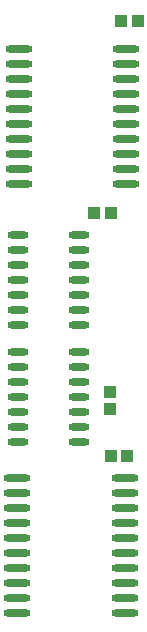
<source format=gtp>
G04 Layer: TopPasteMaskLayer*
G04 EasyEDA v6.5.22, 2023-01-18 22:18:13*
G04 66d29df89567445d99ed279259f9073e,7be1179030e74d40a97a3c751b95adb4,10*
G04 Gerber Generator version 0.2*
G04 Scale: 100 percent, Rotated: No, Reflected: No *
G04 Dimensions in millimeters *
G04 leading zeros omitted , absolute positions ,4 integer and 5 decimal *
%FSLAX45Y45*%
%MOMM*%

%ADD10O,2.2999954X0.5999988*%
%ADD11O,1.7999964X0.5999988*%
%ADD12R,1.0000X1.1000*%
%ADD13R,1.1000X1.0000*%

%LPD*%
D10*
G01*
X3388690Y-2933700D03*
G01*
X3388690Y-2806700D03*
G01*
X3388690Y-2679700D03*
G01*
X3388690Y-2552700D03*
G01*
X3388690Y-2425700D03*
G01*
X3388690Y-2298700D03*
G01*
X3388690Y-2171700D03*
G01*
X3388690Y-2044700D03*
G01*
X3388690Y-1917700D03*
G01*
X3388690Y-1790700D03*
G01*
X2478709Y-2933700D03*
G01*
X2478709Y-2806700D03*
G01*
X2478709Y-2679700D03*
G01*
X2478709Y-2552700D03*
G01*
X2478709Y-2425700D03*
G01*
X2478709Y-2298700D03*
G01*
X2478709Y-2171700D03*
G01*
X2478709Y-2044700D03*
G01*
X2478709Y-1917700D03*
G01*
X2478709Y-1790700D03*
G01*
X3375990Y-6565900D03*
G01*
X3375990Y-6438900D03*
G01*
X3375990Y-6311900D03*
G01*
X3375990Y-6184900D03*
G01*
X3375990Y-6057900D03*
G01*
X3375990Y-5930900D03*
G01*
X3375990Y-5803900D03*
G01*
X3375990Y-5676900D03*
G01*
X3375990Y-5549900D03*
G01*
X3375990Y-5422900D03*
G01*
X2466009Y-6565900D03*
G01*
X2466009Y-6438900D03*
G01*
X2466009Y-6311900D03*
G01*
X2466009Y-6184900D03*
G01*
X2466009Y-6057900D03*
G01*
X2466009Y-5930900D03*
G01*
X2466009Y-5803900D03*
G01*
X2466009Y-5676900D03*
G01*
X2466009Y-5549900D03*
G01*
X2466009Y-5422900D03*
D11*
G01*
X2470505Y-4356100D03*
G01*
X2470505Y-4483100D03*
G01*
X2470505Y-4610100D03*
G01*
X2470505Y-4737100D03*
G01*
X2470505Y-4864100D03*
G01*
X2470505Y-4991100D03*
G01*
X2470505Y-5118100D03*
G01*
X2990494Y-4356100D03*
G01*
X2990494Y-4483100D03*
G01*
X2990494Y-4610100D03*
G01*
X2990494Y-4737100D03*
G01*
X2990494Y-4864100D03*
G01*
X2990494Y-4991100D03*
G01*
X2990494Y-5118100D03*
G01*
X2470505Y-3365500D03*
G01*
X2470505Y-3492500D03*
G01*
X2470505Y-3619500D03*
G01*
X2470505Y-3746500D03*
G01*
X2470505Y-3873500D03*
G01*
X2470505Y-4000500D03*
G01*
X2470505Y-4127500D03*
G01*
X2990494Y-3365500D03*
G01*
X2990494Y-3492500D03*
G01*
X2990494Y-3619500D03*
G01*
X2990494Y-3746500D03*
G01*
X2990494Y-3873500D03*
G01*
X2990494Y-4000500D03*
G01*
X2990494Y-4127500D03*
D12*
G01*
X3257397Y-5232400D03*
G01*
X3397402Y-5232400D03*
G01*
X3486302Y-1549400D03*
G01*
X3346322Y-1549400D03*
G01*
X3117697Y-3175000D03*
G01*
X3257702Y-3175000D03*
D13*
G01*
X3251200Y-4832502D03*
G01*
X3251200Y-4692522D03*
M02*

</source>
